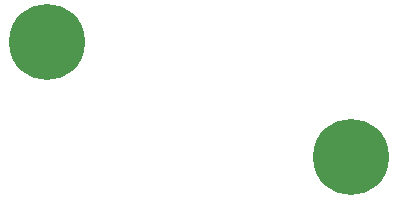
<source format=gbr>
%TF.GenerationSoftware,KiCad,Pcbnew,(6.0.4-0)*%
%TF.CreationDate,2022-06-22T17:42:18+02:00*%
%TF.ProjectId,GlowTubeLEDconnectorB_PCB,476c6f77-5475-4626-954c-4544636f6e6e,rev?*%
%TF.SameCoordinates,Original*%
%TF.FileFunction,Paste,Top*%
%TF.FilePolarity,Positive*%
%FSLAX46Y46*%
G04 Gerber Fmt 4.6, Leading zero omitted, Abs format (unit mm)*
G04 Created by KiCad (PCBNEW (6.0.4-0)) date 2022-06-22 17:42:18*
%MOMM*%
%LPD*%
G01*
G04 APERTURE LIST*
%ADD10C,6.428530*%
G04 APERTURE END LIST*
D10*
%TO.C,U4*%
X89949970Y-66882540D03*
%TD*%
%TO.C,U3*%
X115660000Y-76630000D03*
%TD*%
M02*

</source>
